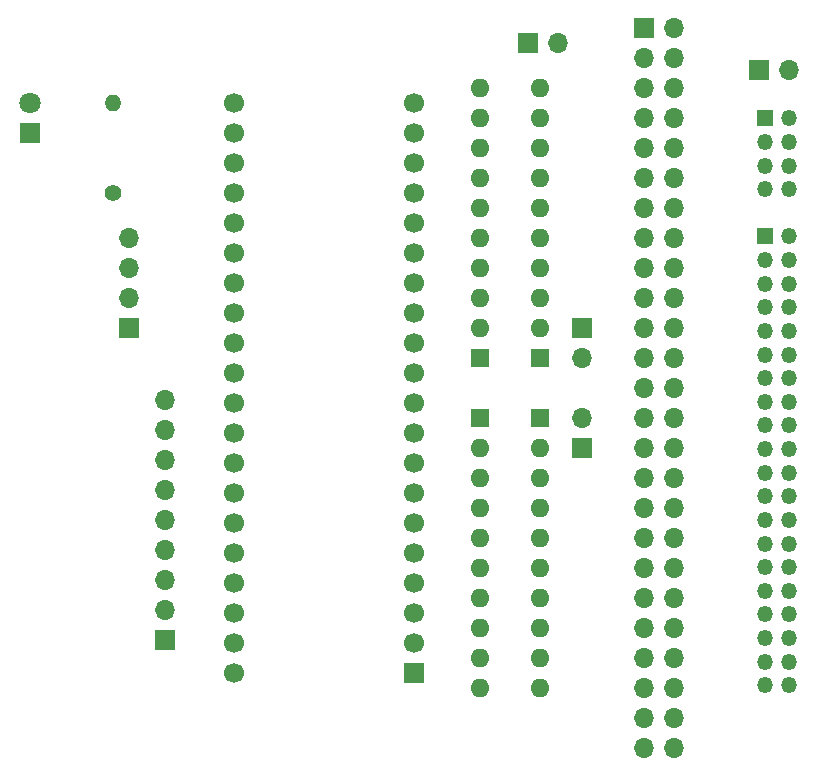
<source format=gbr>
%TF.GenerationSoftware,KiCad,Pcbnew,(5.1.8-0-10_14)*%
%TF.CreationDate,2021-04-04T23:03:52-06:00*%
%TF.ProjectId,bluescsi_powerbook,626c7565-7363-4736-995f-706f77657262,rev?*%
%TF.SameCoordinates,Original*%
%TF.FileFunction,Soldermask,Bot*%
%TF.FilePolarity,Negative*%
%FSLAX46Y46*%
G04 Gerber Fmt 4.6, Leading zero omitted, Abs format (unit mm)*
G04 Created by KiCad (PCBNEW (5.1.8-0-10_14)) date 2021-04-04 23:03:52*
%MOMM*%
%LPD*%
G01*
G04 APERTURE LIST*
%ADD10O,1.400000X1.400000*%
%ADD11C,1.400000*%
%ADD12C,1.800000*%
%ADD13R,1.800000X1.800000*%
%ADD14O,1.700000X1.700000*%
%ADD15R,1.700000X1.700000*%
%ADD16O,1.600000X1.600000*%
%ADD17R,1.600000X1.600000*%
%ADD18O,1.350000X1.350000*%
%ADD19R,1.350000X1.350000*%
%ADD20C,1.700000*%
G04 APERTURE END LIST*
D10*
%TO.C,R1*%
X106045000Y-78740000D03*
D11*
X106045000Y-86360000D03*
%TD*%
D12*
%TO.C,D1*%
X99060000Y-78740000D03*
D13*
X99060000Y-81280000D03*
%TD*%
D14*
%TO.C,J10*%
X163322000Y-75946000D03*
D15*
X160782000Y-75946000D03*
%TD*%
D16*
%TO.C,RN2*%
X137160000Y-128270000D03*
X137160000Y-125730000D03*
X137160000Y-123190000D03*
X137160000Y-120650000D03*
X137160000Y-118110000D03*
X137160000Y-115570000D03*
X137160000Y-113030000D03*
X137160000Y-110490000D03*
X137160000Y-107950000D03*
D17*
X137160000Y-105410000D03*
%TD*%
D14*
%TO.C,J9*%
X143764000Y-73660000D03*
D15*
X141224000Y-73660000D03*
%TD*%
D14*
%TO.C,J8*%
X153540000Y-133350000D03*
X151000000Y-133350000D03*
X153540000Y-130810000D03*
X151000000Y-130810000D03*
X153540000Y-128270000D03*
X151000000Y-128270000D03*
X153540000Y-125730000D03*
X151000000Y-125730000D03*
X153540000Y-123190000D03*
X151000000Y-123190000D03*
X153540000Y-120650000D03*
X151000000Y-120650000D03*
X153540000Y-118110000D03*
X151000000Y-118110000D03*
X153540000Y-115570000D03*
X151000000Y-115570000D03*
X153540000Y-113030000D03*
X151000000Y-113030000D03*
X153540000Y-110490000D03*
X151000000Y-110490000D03*
X153540000Y-107950000D03*
X151000000Y-107950000D03*
X153540000Y-105410000D03*
X151000000Y-105410000D03*
X153540000Y-102870000D03*
X151000000Y-102870000D03*
X153540000Y-100330000D03*
X151000000Y-100330000D03*
X153540000Y-97790000D03*
X151000000Y-97790000D03*
X153540000Y-95250000D03*
X151000000Y-95250000D03*
X153540000Y-92710000D03*
X151000000Y-92710000D03*
X153540000Y-90170000D03*
X151000000Y-90170000D03*
X153540000Y-87630000D03*
X151000000Y-87630000D03*
X153540000Y-85090000D03*
X151000000Y-85090000D03*
X153540000Y-82550000D03*
X151000000Y-82550000D03*
X153540000Y-80010000D03*
X151000000Y-80010000D03*
X153540000Y-77470000D03*
X151000000Y-77470000D03*
X153540000Y-74930000D03*
X151000000Y-74930000D03*
X153540000Y-72390000D03*
D15*
X151000000Y-72390000D03*
%TD*%
D18*
%TO.C,J2*%
X163290000Y-86000000D03*
X161290000Y-86000000D03*
X163290000Y-84000000D03*
X161290000Y-84000000D03*
X163290000Y-82000000D03*
X161290000Y-82000000D03*
X163290000Y-80000000D03*
D19*
X161290000Y-80000000D03*
%TD*%
D14*
%TO.C,J6*%
X107442000Y-90170000D03*
X107442000Y-92710000D03*
X107442000Y-95250000D03*
D15*
X107442000Y-97790000D03*
%TD*%
D14*
%TO.C,J5*%
X145796000Y-105410000D03*
D15*
X145796000Y-107950000D03*
%TD*%
D14*
%TO.C,J4*%
X145796000Y-100330000D03*
D15*
X145796000Y-97790000D03*
%TD*%
D16*
%TO.C,RN4*%
X142240000Y-128270000D03*
X142240000Y-125730000D03*
X142240000Y-123190000D03*
X142240000Y-120650000D03*
X142240000Y-118110000D03*
X142240000Y-115570000D03*
X142240000Y-113030000D03*
X142240000Y-110490000D03*
X142240000Y-107950000D03*
D17*
X142240000Y-105410000D03*
%TD*%
D16*
%TO.C,RN3*%
X142240000Y-77470000D03*
X142240000Y-80010000D03*
X142240000Y-82550000D03*
X142240000Y-85090000D03*
X142240000Y-87630000D03*
X142240000Y-90170000D03*
X142240000Y-92710000D03*
X142240000Y-95250000D03*
X142240000Y-97790000D03*
D17*
X142240000Y-100330000D03*
%TD*%
D16*
%TO.C,RN1*%
X137160000Y-77470000D03*
X137160000Y-80010000D03*
X137160000Y-82550000D03*
X137160000Y-85090000D03*
X137160000Y-87630000D03*
X137160000Y-90170000D03*
X137160000Y-92710000D03*
X137160000Y-95250000D03*
X137160000Y-97790000D03*
D17*
X137160000Y-100330000D03*
%TD*%
D14*
%TO.C,J7*%
X110490000Y-103886000D03*
X110490000Y-106426000D03*
X110490000Y-108966000D03*
X110490000Y-111506000D03*
X110490000Y-114046000D03*
X110490000Y-116586000D03*
X110490000Y-119126000D03*
X110490000Y-121666000D03*
D15*
X110490000Y-124206000D03*
%TD*%
D18*
%TO.C,J1*%
X163290000Y-128000000D03*
X161290000Y-128000000D03*
X163290000Y-126000000D03*
X161290000Y-126000000D03*
X163290000Y-124000000D03*
X161290000Y-124000000D03*
X163290000Y-122000000D03*
X161290000Y-122000000D03*
X163290000Y-120000000D03*
X161290000Y-120000000D03*
X163290000Y-118000000D03*
X161290000Y-118000000D03*
X163290000Y-116000000D03*
X161290000Y-116000000D03*
X163290000Y-114000000D03*
X161290000Y-114000000D03*
X163290000Y-112000000D03*
X161290000Y-112000000D03*
X163290000Y-110000000D03*
X161290000Y-110000000D03*
X163290000Y-108000000D03*
X161290000Y-108000000D03*
X163290000Y-106000000D03*
X161290000Y-106000000D03*
X163290000Y-104000000D03*
X161290000Y-104000000D03*
X163290000Y-102000000D03*
X161290000Y-102000000D03*
X163290000Y-100000000D03*
X161290000Y-100000000D03*
X163290000Y-98000000D03*
X161290000Y-98000000D03*
X163290000Y-96000000D03*
X161290000Y-96000000D03*
X163290000Y-94000000D03*
X161290000Y-94000000D03*
X163290000Y-92000000D03*
X161290000Y-92000000D03*
X163290000Y-90000000D03*
D19*
X161290000Y-90000000D03*
%TD*%
D20*
%TO.C,U1*%
X116332000Y-127000000D03*
D15*
X131572000Y-127000000D03*
D20*
X116332000Y-124460000D03*
X131572000Y-124460000D03*
X116332000Y-121920000D03*
X131572000Y-121920000D03*
X116332000Y-119380000D03*
X131572000Y-119380000D03*
X116332000Y-116840000D03*
X131572000Y-116840000D03*
X116332000Y-114300000D03*
X131572000Y-114300000D03*
X116332000Y-111760000D03*
X131572000Y-111760000D03*
X116332000Y-109220000D03*
X131572000Y-109220000D03*
X116332000Y-106680000D03*
X131572000Y-106680000D03*
X116332000Y-104140000D03*
X131572000Y-104140000D03*
X116332000Y-101600000D03*
X131572000Y-101600000D03*
X116332000Y-99060000D03*
X131572000Y-99060000D03*
X116332000Y-96520000D03*
X131572000Y-96520000D03*
X116332000Y-93980000D03*
X131572000Y-93980000D03*
X116332000Y-91440000D03*
X131572000Y-91440000D03*
X116332000Y-88900000D03*
X131572000Y-88900000D03*
X116332000Y-86360000D03*
X131572000Y-86360000D03*
X116332000Y-83820000D03*
X131572000Y-83820000D03*
X116332000Y-81280000D03*
X131572000Y-81280000D03*
X116332000Y-78740000D03*
X131572000Y-78740000D03*
%TD*%
M02*

</source>
